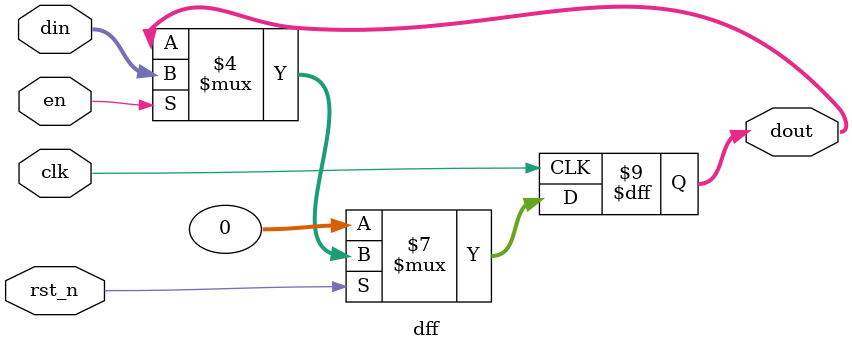
<source format=v>
`timescale 1ns / 1ps



module dff #(
    parameter DW = 32   // Data Width, ¼Ä´æÆ÷Î»¿í
)(
    input  wire           clk     ,
    input  wire           rst_n   , // ¸´Î»£¬µÍµçÆ½ÓÐÐ§£¬·ÇÒì²½´¥·¢
    input  wire           en      , // Ê¹ÄÜ
    input  wire [DW-1: 0] din     ,
    output reg  [DW-1: 0] dout
    );
    
    always @(posedge clk)begin
        if (!rst_n) dout <= 0;
        else if (en) dout <= din;
        else dout <= dout;
    end    
    
endmodule

</source>
